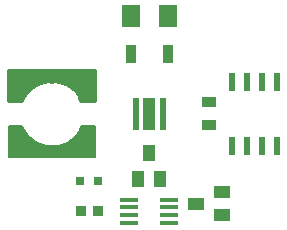
<source format=gtp>
G75*
%MOIN*%
%OFA0B0*%
%FSLAX25Y25*%
%IPPOS*%
%LPD*%
%AMOC8*
5,1,8,0,0,1.08239X$1,22.5*
%
%ADD10R,0.05118X0.03543*%
%ADD11R,0.02165X0.05906*%
%ADD12R,0.03937X0.05512*%
%ADD13R,0.02165X0.11024*%
%ADD14R,0.03937X0.11024*%
%ADD15R,0.05000X0.05000*%
%ADD16C,0.01200*%
%ADD17C,0.00160*%
%ADD18C,0.00500*%
%ADD19R,0.06299X0.07480*%
%ADD20R,0.03543X0.06299*%
%ADD21R,0.06299X0.01181*%
%ADD22R,0.03740X0.03740*%
%ADD23R,0.03150X0.03150*%
%ADD24R,0.05512X0.03937*%
D10*
X0071600Y0047860D03*
X0071600Y0055340D03*
D11*
X0079100Y0062230D03*
X0084100Y0062230D03*
X0089100Y0062230D03*
X0094100Y0062230D03*
X0094100Y0040970D03*
X0089100Y0040970D03*
X0084100Y0040970D03*
X0079100Y0040970D03*
D12*
X0055340Y0029769D03*
X0047860Y0029769D03*
X0051600Y0038431D03*
D13*
X0047171Y0051600D03*
X0056029Y0051600D03*
D14*
X0051600Y0051600D03*
D15*
X0007289Y0039789D03*
X0007289Y0063411D03*
D16*
X0004730Y0063923D02*
X0033470Y0063923D01*
X0033470Y0062724D02*
X0004730Y0062724D01*
X0004730Y0061526D02*
X0013477Y0061526D01*
X0013919Y0061768D02*
X0012759Y0061133D01*
X0011719Y0060316D01*
X0010827Y0059339D01*
X0010107Y0058229D01*
X0009579Y0057017D01*
X0009257Y0055734D01*
X0004730Y0055734D01*
X0004730Y0065970D01*
X0033470Y0065970D01*
X0033470Y0055734D01*
X0028943Y0055734D01*
X0028580Y0056991D01*
X0028026Y0058176D01*
X0027292Y0059260D01*
X0026399Y0060216D01*
X0025367Y0061020D01*
X0024221Y0061653D01*
X0022991Y0062099D01*
X0021706Y0062347D01*
X0020399Y0062391D01*
X0019100Y0062230D01*
X0017794Y0062438D01*
X0016471Y0062430D01*
X0015168Y0062204D01*
X0013919Y0061768D01*
X0011734Y0060327D02*
X0004730Y0060327D01*
X0004730Y0059129D02*
X0010691Y0059129D01*
X0009977Y0057930D02*
X0004730Y0057930D01*
X0004730Y0056732D02*
X0009508Y0056732D01*
X0004730Y0065121D02*
X0033470Y0065121D01*
X0033470Y0061526D02*
X0024452Y0061526D01*
X0026256Y0060327D02*
X0033470Y0060327D01*
X0033470Y0059129D02*
X0027382Y0059129D01*
X0028141Y0057930D02*
X0033470Y0057930D01*
X0033470Y0056732D02*
X0028655Y0056732D01*
D17*
X0007996Y0046957D02*
X0009323Y0047515D01*
X0009428Y0047277D01*
X0009540Y0047042D01*
X0009656Y0046810D01*
X0009779Y0046581D01*
X0009907Y0046355D01*
X0010041Y0046132D01*
X0010180Y0045912D01*
X0010324Y0045696D01*
X0010474Y0045483D01*
X0010628Y0045274D01*
X0010788Y0045069D01*
X0010953Y0044868D01*
X0011122Y0044671D01*
X0011296Y0044478D01*
X0011475Y0044290D01*
X0011659Y0044106D01*
X0011847Y0043926D01*
X0012039Y0043751D01*
X0012236Y0043581D01*
X0012436Y0043416D01*
X0012641Y0043255D01*
X0012849Y0043100D01*
X0013061Y0042950D01*
X0013277Y0042804D01*
X0013496Y0042665D01*
X0013718Y0042530D01*
X0013944Y0042402D01*
X0014173Y0042278D01*
X0014405Y0042160D01*
X0014639Y0042048D01*
X0014876Y0041942D01*
X0015116Y0041842D01*
X0015358Y0041747D01*
X0015603Y0041658D01*
X0015849Y0041576D01*
X0016097Y0041499D01*
X0016348Y0041429D01*
X0016599Y0041364D01*
X0016853Y0041306D01*
X0017107Y0041254D01*
X0017363Y0041208D01*
X0017620Y0041168D01*
X0017878Y0041135D01*
X0018137Y0041108D01*
X0018396Y0041087D01*
X0018655Y0041073D01*
X0018915Y0041065D01*
X0019175Y0041063D01*
X0019435Y0041068D01*
X0019694Y0041079D01*
X0019954Y0041096D01*
X0020213Y0041120D01*
X0020471Y0041150D01*
X0020728Y0041186D01*
X0020985Y0041228D01*
X0021240Y0041277D01*
X0021494Y0041332D01*
X0021747Y0041393D01*
X0021998Y0041460D01*
X0022247Y0041534D01*
X0022495Y0041613D01*
X0022740Y0041699D01*
X0022983Y0041790D01*
X0023225Y0041887D01*
X0023463Y0041990D01*
X0023699Y0042099D01*
X0023932Y0042214D01*
X0024163Y0042334D01*
X0024390Y0042460D01*
X0024614Y0042592D01*
X0024835Y0042728D01*
X0025053Y0042871D01*
X0025267Y0043018D01*
X0025477Y0043171D01*
X0025684Y0043328D01*
X0025887Y0043491D01*
X0026085Y0043659D01*
X0026280Y0043831D01*
X0026470Y0044008D01*
X0026656Y0044190D01*
X0026838Y0044376D01*
X0027014Y0044567D01*
X0027187Y0044761D01*
X0027354Y0044960D01*
X0027516Y0045163D01*
X0027674Y0045370D01*
X0027826Y0045581D01*
X0027973Y0045795D01*
X0028115Y0046013D01*
X0028251Y0046234D01*
X0028383Y0046458D01*
X0028508Y0046686D01*
X0028628Y0046917D01*
X0028742Y0047150D01*
X0028851Y0047386D01*
X0028954Y0047625D01*
X0030287Y0047082D01*
X0030171Y0046810D01*
X0030048Y0046542D01*
X0029918Y0046277D01*
X0029782Y0046015D01*
X0029640Y0045756D01*
X0029491Y0045501D01*
X0029336Y0045249D01*
X0029175Y0045002D01*
X0029008Y0044758D01*
X0028835Y0044519D01*
X0028657Y0044284D01*
X0028472Y0044053D01*
X0028282Y0043827D01*
X0028087Y0043606D01*
X0027886Y0043389D01*
X0027680Y0043178D01*
X0027469Y0042971D01*
X0027253Y0042770D01*
X0027032Y0042574D01*
X0026807Y0042383D01*
X0026577Y0042198D01*
X0026342Y0042019D01*
X0026103Y0041846D01*
X0025860Y0041678D01*
X0025613Y0041516D01*
X0025362Y0041361D01*
X0025107Y0041211D01*
X0024849Y0041068D01*
X0024587Y0040931D01*
X0024322Y0040801D01*
X0024054Y0040677D01*
X0023783Y0040560D01*
X0023509Y0040449D01*
X0023233Y0040345D01*
X0022954Y0040248D01*
X0022673Y0040158D01*
X0022390Y0040075D01*
X0022105Y0039998D01*
X0021818Y0039929D01*
X0021529Y0039866D01*
X0021239Y0039811D01*
X0020948Y0039763D01*
X0020655Y0039721D01*
X0020362Y0039687D01*
X0020068Y0039661D01*
X0019773Y0039641D01*
X0019478Y0039628D01*
X0019183Y0039623D01*
X0018888Y0039625D01*
X0018593Y0039634D01*
X0018298Y0039651D01*
X0018003Y0039674D01*
X0017710Y0039705D01*
X0017417Y0039743D01*
X0017125Y0039788D01*
X0016834Y0039840D01*
X0016545Y0039899D01*
X0016257Y0039965D01*
X0015971Y0040039D01*
X0015687Y0040119D01*
X0015405Y0040206D01*
X0015125Y0040300D01*
X0014848Y0040401D01*
X0014573Y0040508D01*
X0014300Y0040622D01*
X0014031Y0040743D01*
X0013764Y0040871D01*
X0013501Y0041004D01*
X0013241Y0041145D01*
X0012985Y0041291D01*
X0012732Y0041444D01*
X0012483Y0041603D01*
X0012238Y0041768D01*
X0011998Y0041938D01*
X0011761Y0042115D01*
X0011529Y0042297D01*
X0011301Y0042485D01*
X0011078Y0042679D01*
X0010860Y0042878D01*
X0010646Y0043082D01*
X0010438Y0043291D01*
X0010235Y0043505D01*
X0010037Y0043725D01*
X0009845Y0043949D01*
X0009658Y0044177D01*
X0009476Y0044410D01*
X0009301Y0044648D01*
X0009131Y0044889D01*
X0008967Y0045135D01*
X0008810Y0045385D01*
X0008658Y0045638D01*
X0008513Y0045895D01*
X0008374Y0046156D01*
X0008241Y0046419D01*
X0008115Y0046686D01*
X0007995Y0046956D01*
X0008135Y0047015D01*
X0008253Y0046748D01*
X0008377Y0046485D01*
X0008508Y0046224D01*
X0008646Y0045967D01*
X0008789Y0045713D01*
X0008939Y0045463D01*
X0009094Y0045216D01*
X0009256Y0044974D01*
X0009424Y0044735D01*
X0009597Y0044501D01*
X0009776Y0044271D01*
X0009961Y0044045D01*
X0010151Y0043824D01*
X0010346Y0043607D01*
X0010547Y0043396D01*
X0010752Y0043189D01*
X0010963Y0042988D01*
X0011179Y0042791D01*
X0011399Y0042600D01*
X0011624Y0042415D01*
X0011853Y0042235D01*
X0012087Y0042060D01*
X0012325Y0041892D01*
X0012567Y0041729D01*
X0012812Y0041572D01*
X0013062Y0041421D01*
X0013315Y0041276D01*
X0013572Y0041138D01*
X0013832Y0041006D01*
X0014095Y0040880D01*
X0014361Y0040761D01*
X0014630Y0040648D01*
X0014901Y0040542D01*
X0015175Y0040442D01*
X0015452Y0040350D01*
X0015730Y0040264D01*
X0016011Y0040184D01*
X0016293Y0040112D01*
X0016577Y0040047D01*
X0016863Y0039988D01*
X0017150Y0039937D01*
X0017438Y0039892D01*
X0017727Y0039855D01*
X0018017Y0039825D01*
X0018308Y0039801D01*
X0018599Y0039785D01*
X0018891Y0039776D01*
X0019182Y0039774D01*
X0019474Y0039779D01*
X0019765Y0039792D01*
X0020056Y0039811D01*
X0020346Y0039838D01*
X0020636Y0039871D01*
X0020925Y0039912D01*
X0021212Y0039960D01*
X0021499Y0040014D01*
X0021784Y0040076D01*
X0022067Y0040144D01*
X0022349Y0040220D01*
X0022628Y0040302D01*
X0022906Y0040391D01*
X0023181Y0040487D01*
X0023454Y0040590D01*
X0023725Y0040699D01*
X0023992Y0040815D01*
X0024257Y0040937D01*
X0024518Y0041066D01*
X0024777Y0041201D01*
X0025032Y0041342D01*
X0025283Y0041490D01*
X0025531Y0041643D01*
X0025775Y0041803D01*
X0026015Y0041968D01*
X0026251Y0042140D01*
X0026483Y0042317D01*
X0026710Y0042499D01*
X0026933Y0042688D01*
X0027151Y0042881D01*
X0027364Y0043080D01*
X0027573Y0043284D01*
X0027776Y0043493D01*
X0027974Y0043706D01*
X0028167Y0043925D01*
X0028355Y0044148D01*
X0028537Y0044376D01*
X0028713Y0044608D01*
X0028884Y0044845D01*
X0029049Y0045085D01*
X0029208Y0045329D01*
X0029361Y0045578D01*
X0029508Y0045830D01*
X0029648Y0046085D01*
X0029783Y0046344D01*
X0029911Y0046606D01*
X0030032Y0046871D01*
X0030148Y0047139D01*
X0030008Y0047196D01*
X0029894Y0046931D01*
X0029774Y0046669D01*
X0029648Y0046411D01*
X0029515Y0046155D01*
X0029376Y0045903D01*
X0029231Y0045655D01*
X0029080Y0045410D01*
X0028923Y0045168D01*
X0028760Y0044931D01*
X0028592Y0044697D01*
X0028417Y0044468D01*
X0028238Y0044243D01*
X0028052Y0044023D01*
X0027862Y0043807D01*
X0027666Y0043596D01*
X0027465Y0043390D01*
X0027260Y0043189D01*
X0027049Y0042992D01*
X0026834Y0042801D01*
X0026614Y0042616D01*
X0026389Y0042435D01*
X0026161Y0042261D01*
X0025928Y0042091D01*
X0025691Y0041928D01*
X0025450Y0041770D01*
X0025205Y0041619D01*
X0024957Y0041473D01*
X0024705Y0041334D01*
X0024450Y0041200D01*
X0024192Y0041073D01*
X0023930Y0040953D01*
X0023666Y0040838D01*
X0023399Y0040731D01*
X0023130Y0040629D01*
X0022858Y0040535D01*
X0022584Y0040447D01*
X0022308Y0040365D01*
X0022029Y0040291D01*
X0021750Y0040223D01*
X0021468Y0040162D01*
X0021186Y0040108D01*
X0020902Y0040061D01*
X0020617Y0040021D01*
X0020331Y0039988D01*
X0020044Y0039962D01*
X0019757Y0039942D01*
X0019469Y0039930D01*
X0019181Y0039925D01*
X0018893Y0039927D01*
X0018606Y0039936D01*
X0018318Y0039952D01*
X0018031Y0039975D01*
X0017745Y0040005D01*
X0017460Y0040042D01*
X0017175Y0040086D01*
X0016892Y0040136D01*
X0016610Y0040194D01*
X0016329Y0040259D01*
X0016050Y0040330D01*
X0015773Y0040408D01*
X0015498Y0040493D01*
X0015225Y0040585D01*
X0014955Y0040683D01*
X0014687Y0040788D01*
X0014421Y0040899D01*
X0014158Y0041017D01*
X0013899Y0041141D01*
X0013642Y0041272D01*
X0013389Y0041408D01*
X0013139Y0041551D01*
X0012892Y0041700D01*
X0012650Y0041855D01*
X0012411Y0042015D01*
X0012176Y0042182D01*
X0011945Y0042354D01*
X0011719Y0042532D01*
X0011497Y0042715D01*
X0011279Y0042904D01*
X0011067Y0043098D01*
X0010859Y0043297D01*
X0010656Y0043501D01*
X0010457Y0043709D01*
X0010265Y0043923D01*
X0010077Y0044141D01*
X0009895Y0044364D01*
X0009718Y0044591D01*
X0009547Y0044823D01*
X0009381Y0045058D01*
X0009222Y0045298D01*
X0009068Y0045541D01*
X0008920Y0045788D01*
X0008778Y0046039D01*
X0008643Y0046293D01*
X0008513Y0046550D01*
X0008390Y0046810D01*
X0008274Y0047073D01*
X0008413Y0047132D01*
X0008528Y0046872D01*
X0008650Y0046615D01*
X0008777Y0046361D01*
X0008911Y0046111D01*
X0009051Y0045863D01*
X0009197Y0045620D01*
X0009349Y0045379D01*
X0009506Y0045143D01*
X0009670Y0044910D01*
X0009839Y0044682D01*
X0010013Y0044458D01*
X0010193Y0044238D01*
X0010378Y0044022D01*
X0010569Y0043811D01*
X0010764Y0043605D01*
X0010965Y0043404D01*
X0011170Y0043208D01*
X0011380Y0043016D01*
X0011595Y0042830D01*
X0011814Y0042649D01*
X0012038Y0042474D01*
X0012265Y0042304D01*
X0012497Y0042139D01*
X0012733Y0041981D01*
X0012973Y0041828D01*
X0013216Y0041681D01*
X0013462Y0041540D01*
X0013713Y0041405D01*
X0013966Y0041276D01*
X0014222Y0041154D01*
X0014482Y0041038D01*
X0014744Y0040928D01*
X0015008Y0040824D01*
X0015275Y0040727D01*
X0015545Y0040637D01*
X0015816Y0040553D01*
X0016090Y0040476D01*
X0016365Y0040405D01*
X0016642Y0040342D01*
X0016920Y0040285D01*
X0017200Y0040235D01*
X0017481Y0040191D01*
X0017763Y0040155D01*
X0018045Y0040125D01*
X0018329Y0040103D01*
X0018612Y0040087D01*
X0018896Y0040078D01*
X0019180Y0040076D01*
X0019465Y0040081D01*
X0019748Y0040093D01*
X0020032Y0040112D01*
X0020315Y0040138D01*
X0020597Y0040171D01*
X0020879Y0040210D01*
X0021159Y0040257D01*
X0021438Y0040310D01*
X0021716Y0040370D01*
X0021992Y0040437D01*
X0022266Y0040511D01*
X0022539Y0040591D01*
X0022810Y0040678D01*
X0023078Y0040771D01*
X0023344Y0040871D01*
X0023607Y0040978D01*
X0023868Y0041090D01*
X0024126Y0041209D01*
X0024381Y0041335D01*
X0024633Y0041466D01*
X0024882Y0041604D01*
X0025127Y0041748D01*
X0025368Y0041898D01*
X0025606Y0042053D01*
X0025840Y0042214D01*
X0026070Y0042381D01*
X0026296Y0042554D01*
X0026517Y0042732D01*
X0026734Y0042915D01*
X0026947Y0043104D01*
X0027155Y0043297D01*
X0027358Y0043496D01*
X0027556Y0043700D01*
X0027750Y0043908D01*
X0027938Y0044121D01*
X0028120Y0044339D01*
X0028298Y0044560D01*
X0028470Y0044787D01*
X0028636Y0045017D01*
X0028797Y0045251D01*
X0028952Y0045490D01*
X0029101Y0045731D01*
X0029244Y0045977D01*
X0029381Y0046226D01*
X0029512Y0046478D01*
X0029637Y0046733D01*
X0029756Y0046991D01*
X0029868Y0047253D01*
X0029728Y0047310D01*
X0029617Y0047052D01*
X0029500Y0046797D01*
X0029377Y0046545D01*
X0029248Y0046296D01*
X0029112Y0046051D01*
X0028971Y0045808D01*
X0028824Y0045570D01*
X0028671Y0045335D01*
X0028512Y0045103D01*
X0028348Y0044876D01*
X0028178Y0044653D01*
X0028003Y0044434D01*
X0027823Y0044219D01*
X0027637Y0044009D01*
X0027446Y0043803D01*
X0027251Y0043602D01*
X0027050Y0043406D01*
X0026845Y0043215D01*
X0026635Y0043029D01*
X0026421Y0042848D01*
X0026202Y0042672D01*
X0025979Y0042502D01*
X0025752Y0042337D01*
X0025521Y0042178D01*
X0025287Y0042025D01*
X0025048Y0041877D01*
X0024806Y0041735D01*
X0024561Y0041599D01*
X0024312Y0041469D01*
X0024061Y0041346D01*
X0023806Y0041228D01*
X0023549Y0041117D01*
X0023289Y0041012D01*
X0023026Y0040913D01*
X0022761Y0040821D01*
X0022494Y0040735D01*
X0022225Y0040656D01*
X0021954Y0040583D01*
X0021682Y0040517D01*
X0021408Y0040458D01*
X0021132Y0040405D01*
X0020856Y0040360D01*
X0020578Y0040320D01*
X0020299Y0040288D01*
X0020020Y0040263D01*
X0019740Y0040244D01*
X0019460Y0040232D01*
X0019180Y0040227D01*
X0018899Y0040229D01*
X0018619Y0040238D01*
X0018339Y0040253D01*
X0018059Y0040276D01*
X0017780Y0040305D01*
X0017502Y0040341D01*
X0017225Y0040383D01*
X0016949Y0040433D01*
X0016674Y0040489D01*
X0016401Y0040552D01*
X0016129Y0040622D01*
X0015859Y0040698D01*
X0015591Y0040781D01*
X0015325Y0040870D01*
X0015062Y0040965D01*
X0014801Y0041068D01*
X0014542Y0041176D01*
X0014286Y0041291D01*
X0014033Y0041412D01*
X0013783Y0041539D01*
X0013536Y0041672D01*
X0013293Y0041811D01*
X0013053Y0041956D01*
X0012816Y0042107D01*
X0012583Y0042263D01*
X0012355Y0042426D01*
X0012130Y0042593D01*
X0011909Y0042766D01*
X0011693Y0042945D01*
X0011481Y0043129D01*
X0011274Y0043317D01*
X0011071Y0043511D01*
X0010873Y0043710D01*
X0010680Y0043913D01*
X0010492Y0044122D01*
X0010309Y0044334D01*
X0010132Y0044551D01*
X0009959Y0044773D01*
X0009793Y0044998D01*
X0009631Y0045228D01*
X0009476Y0045461D01*
X0009326Y0045698D01*
X0009182Y0045939D01*
X0009044Y0046183D01*
X0008912Y0046430D01*
X0008786Y0046681D01*
X0008666Y0046934D01*
X0008552Y0047191D01*
X0008691Y0047249D01*
X0008804Y0046996D01*
X0008922Y0046746D01*
X0009046Y0046499D01*
X0009177Y0046255D01*
X0009313Y0046014D01*
X0009455Y0045776D01*
X0009603Y0045542D01*
X0009757Y0045312D01*
X0009916Y0045086D01*
X0010080Y0044863D01*
X0010250Y0044645D01*
X0010426Y0044431D01*
X0010606Y0044221D01*
X0010791Y0044015D01*
X0010982Y0043815D01*
X0011177Y0043619D01*
X0011377Y0043427D01*
X0011582Y0043241D01*
X0011791Y0043060D01*
X0012004Y0042884D01*
X0012222Y0042713D01*
X0012444Y0042547D01*
X0012670Y0042387D01*
X0012899Y0042233D01*
X0013133Y0042084D01*
X0013370Y0041941D01*
X0013610Y0041804D01*
X0013853Y0041672D01*
X0014100Y0041547D01*
X0014350Y0041428D01*
X0014602Y0041314D01*
X0014858Y0041207D01*
X0015115Y0041107D01*
X0015375Y0041012D01*
X0015638Y0040924D01*
X0015902Y0040843D01*
X0016169Y0040767D01*
X0016437Y0040699D01*
X0016706Y0040637D01*
X0016978Y0040581D01*
X0017250Y0040532D01*
X0017523Y0040490D01*
X0017798Y0040455D01*
X0018073Y0040426D01*
X0018349Y0040404D01*
X0018625Y0040389D01*
X0018902Y0040380D01*
X0019179Y0040378D01*
X0019455Y0040383D01*
X0019732Y0040395D01*
X0020008Y0040413D01*
X0020284Y0040438D01*
X0020559Y0040470D01*
X0020833Y0040509D01*
X0021106Y0040554D01*
X0021377Y0040606D01*
X0021648Y0040664D01*
X0021917Y0040730D01*
X0022184Y0040801D01*
X0022450Y0040879D01*
X0022713Y0040964D01*
X0022975Y0041055D01*
X0023234Y0041152D01*
X0023490Y0041256D01*
X0023744Y0041366D01*
X0023995Y0041482D01*
X0024244Y0041604D01*
X0024489Y0041732D01*
X0024731Y0041866D01*
X0024970Y0042006D01*
X0025205Y0042152D01*
X0025437Y0042303D01*
X0025665Y0042460D01*
X0025889Y0042623D01*
X0026109Y0042791D01*
X0026324Y0042964D01*
X0026536Y0043143D01*
X0026743Y0043326D01*
X0026945Y0043515D01*
X0027143Y0043708D01*
X0027336Y0043907D01*
X0027525Y0044109D01*
X0027708Y0044317D01*
X0027886Y0044529D01*
X0028059Y0044745D01*
X0028226Y0044965D01*
X0028388Y0045190D01*
X0028545Y0045418D01*
X0028696Y0045650D01*
X0028841Y0045885D01*
X0028981Y0046124D01*
X0029114Y0046367D01*
X0029242Y0046612D01*
X0029363Y0046861D01*
X0029479Y0047112D01*
X0029588Y0047366D01*
X0029448Y0047423D01*
X0029340Y0047173D01*
X0029226Y0046925D01*
X0029106Y0046679D01*
X0028981Y0046437D01*
X0028849Y0046198D01*
X0028711Y0045962D01*
X0028568Y0045730D01*
X0028419Y0045501D01*
X0028264Y0045276D01*
X0028104Y0045054D01*
X0027939Y0044837D01*
X0027769Y0044624D01*
X0027593Y0044415D01*
X0027412Y0044210D01*
X0027226Y0044010D01*
X0027036Y0043814D01*
X0026841Y0043624D01*
X0026641Y0043438D01*
X0026437Y0043256D01*
X0026228Y0043080D01*
X0026015Y0042909D01*
X0025798Y0042744D01*
X0025577Y0042583D01*
X0025352Y0042428D01*
X0025124Y0042279D01*
X0024892Y0042135D01*
X0024656Y0041997D01*
X0024417Y0041865D01*
X0024175Y0041738D01*
X0023930Y0041618D01*
X0023682Y0041503D01*
X0023432Y0041395D01*
X0023178Y0041293D01*
X0022923Y0041197D01*
X0022665Y0041107D01*
X0022405Y0041024D01*
X0022143Y0040946D01*
X0021879Y0040876D01*
X0021614Y0040812D01*
X0021347Y0040754D01*
X0021079Y0040703D01*
X0020810Y0040658D01*
X0020539Y0040620D01*
X0020268Y0040589D01*
X0019996Y0040564D01*
X0019724Y0040546D01*
X0019451Y0040534D01*
X0019178Y0040529D01*
X0018905Y0040531D01*
X0018632Y0040539D01*
X0018359Y0040555D01*
X0018087Y0040576D01*
X0017816Y0040605D01*
X0017545Y0040640D01*
X0017275Y0040681D01*
X0017006Y0040729D01*
X0016739Y0040784D01*
X0016473Y0040845D01*
X0016208Y0040913D01*
X0015945Y0040987D01*
X0015684Y0041068D01*
X0015426Y0041155D01*
X0015169Y0041248D01*
X0014915Y0041347D01*
X0014663Y0041453D01*
X0014414Y0041564D01*
X0014167Y0041682D01*
X0013924Y0041806D01*
X0013684Y0041935D01*
X0013446Y0042071D01*
X0013213Y0042212D01*
X0012983Y0042359D01*
X0012756Y0042511D01*
X0012533Y0042669D01*
X0012314Y0042832D01*
X0012100Y0043001D01*
X0011889Y0043175D01*
X0011683Y0043353D01*
X0011481Y0043537D01*
X0011283Y0043726D01*
X0011091Y0043919D01*
X0010903Y0044118D01*
X0010720Y0044320D01*
X0010542Y0044527D01*
X0010369Y0044738D01*
X0010201Y0044954D01*
X0010039Y0045173D01*
X0009882Y0045397D01*
X0009730Y0045624D01*
X0009584Y0045855D01*
X0009444Y0046089D01*
X0009309Y0046327D01*
X0009181Y0046567D01*
X0009058Y0046811D01*
X0008941Y0047058D01*
X0008831Y0047308D01*
X0008970Y0047366D01*
X0009079Y0047120D01*
X0009194Y0046877D01*
X0009315Y0046636D01*
X0009442Y0046398D01*
X0009575Y0046164D01*
X0009713Y0045933D01*
X0009857Y0045705D01*
X0010007Y0045481D01*
X0010162Y0045261D01*
X0010322Y0045044D01*
X0010487Y0044832D01*
X0010658Y0044624D01*
X0010834Y0044419D01*
X0011014Y0044220D01*
X0011199Y0044024D01*
X0011390Y0043833D01*
X0011584Y0043647D01*
X0011783Y0043466D01*
X0011987Y0043290D01*
X0012195Y0043118D01*
X0012407Y0042952D01*
X0012623Y0042791D01*
X0012842Y0042635D01*
X0013066Y0042485D01*
X0013293Y0042340D01*
X0013523Y0042201D01*
X0013757Y0042067D01*
X0013994Y0041939D01*
X0014234Y0041817D01*
X0014477Y0041701D01*
X0014723Y0041591D01*
X0014972Y0041487D01*
X0015222Y0041389D01*
X0015476Y0041297D01*
X0015731Y0041211D01*
X0015988Y0041132D01*
X0016248Y0041059D01*
X0016508Y0040992D01*
X0016771Y0040932D01*
X0017035Y0040878D01*
X0017300Y0040830D01*
X0017566Y0040789D01*
X0017833Y0040755D01*
X0018101Y0040727D01*
X0018370Y0040705D01*
X0018638Y0040690D01*
X0018908Y0040682D01*
X0019177Y0040680D01*
X0019446Y0040685D01*
X0019715Y0040696D01*
X0019984Y0040714D01*
X0020252Y0040739D01*
X0020520Y0040770D01*
X0020787Y0040807D01*
X0021052Y0040851D01*
X0021317Y0040902D01*
X0021580Y0040959D01*
X0021842Y0041022D01*
X0022102Y0041092D01*
X0022360Y0041168D01*
X0022617Y0041250D01*
X0022871Y0041339D01*
X0023123Y0041433D01*
X0023373Y0041534D01*
X0023620Y0041641D01*
X0023865Y0041754D01*
X0024107Y0041873D01*
X0024345Y0041998D01*
X0024581Y0042128D01*
X0024813Y0042264D01*
X0025042Y0042406D01*
X0025268Y0042553D01*
X0025489Y0042706D01*
X0025707Y0042864D01*
X0025921Y0043028D01*
X0026131Y0043196D01*
X0026337Y0043370D01*
X0026539Y0043549D01*
X0026736Y0043732D01*
X0026929Y0043921D01*
X0027116Y0044114D01*
X0027300Y0044311D01*
X0027478Y0044513D01*
X0027651Y0044719D01*
X0027820Y0044929D01*
X0027983Y0045144D01*
X0028140Y0045362D01*
X0028293Y0045584D01*
X0028440Y0045810D01*
X0028581Y0046039D01*
X0028717Y0046272D01*
X0028847Y0046507D01*
X0028971Y0046746D01*
X0029090Y0046988D01*
X0029202Y0047233D01*
X0029309Y0047480D01*
X0029169Y0047537D01*
X0029064Y0047293D01*
X0028953Y0047052D01*
X0028836Y0046814D01*
X0028713Y0046578D01*
X0028585Y0046345D01*
X0028451Y0046116D01*
X0028312Y0045890D01*
X0028167Y0045667D01*
X0028016Y0045448D01*
X0027861Y0045233D01*
X0027700Y0045022D01*
X0027534Y0044814D01*
X0027363Y0044611D01*
X0027187Y0044412D01*
X0027007Y0044217D01*
X0026821Y0044027D01*
X0026631Y0043841D01*
X0026437Y0043660D01*
X0026238Y0043484D01*
X0026035Y0043313D01*
X0025828Y0043146D01*
X0025617Y0042985D01*
X0025402Y0042829D01*
X0025183Y0042678D01*
X0024961Y0042533D01*
X0024735Y0042393D01*
X0024506Y0042259D01*
X0024273Y0042130D01*
X0024038Y0042007D01*
X0023799Y0041890D01*
X0023558Y0041779D01*
X0023315Y0041673D01*
X0023068Y0041574D01*
X0022820Y0041481D01*
X0022569Y0041393D01*
X0022316Y0041312D01*
X0022061Y0041237D01*
X0021804Y0041168D01*
X0021546Y0041106D01*
X0021287Y0041050D01*
X0021026Y0041000D01*
X0020764Y0040957D01*
X0020501Y0040920D01*
X0020237Y0040889D01*
X0019972Y0040865D01*
X0019707Y0040847D01*
X0019442Y0040836D01*
X0019176Y0040831D01*
X0018911Y0040833D01*
X0018645Y0040841D01*
X0018380Y0040856D01*
X0018115Y0040877D01*
X0017851Y0040905D01*
X0017587Y0040939D01*
X0017325Y0040979D01*
X0017063Y0041026D01*
X0016803Y0041079D01*
X0016544Y0041139D01*
X0016287Y0041205D01*
X0016031Y0041277D01*
X0015778Y0041355D01*
X0015526Y0041440D01*
X0015276Y0041530D01*
X0015029Y0041627D01*
X0014784Y0041730D01*
X0014541Y0041838D01*
X0014302Y0041953D01*
X0014065Y0042073D01*
X0013831Y0042199D01*
X0013600Y0042331D01*
X0013373Y0042468D01*
X0013149Y0042611D01*
X0012929Y0042759D01*
X0012712Y0042913D01*
X0012499Y0043071D01*
X0012290Y0043235D01*
X0012085Y0043404D01*
X0011884Y0043578D01*
X0011688Y0043757D01*
X0011496Y0043941D01*
X0011308Y0044129D01*
X0011125Y0044322D01*
X0010947Y0044519D01*
X0010774Y0044720D01*
X0010606Y0044926D01*
X0010443Y0045135D01*
X0010285Y0045349D01*
X0010132Y0045566D01*
X0009984Y0045787D01*
X0009842Y0046011D01*
X0009706Y0046239D01*
X0009575Y0046470D01*
X0009450Y0046705D01*
X0009330Y0046942D01*
X0009217Y0047182D01*
X0009109Y0047425D01*
X0009248Y0047483D01*
X0009354Y0047244D01*
X0009466Y0047007D01*
X0009584Y0046773D01*
X0009708Y0046542D01*
X0009837Y0046314D01*
X0009971Y0046090D01*
X0010112Y0045868D01*
X0010257Y0045650D01*
X0010408Y0045436D01*
X0010563Y0045226D01*
X0010724Y0045019D01*
X0010890Y0044816D01*
X0011061Y0044618D01*
X0011237Y0044424D01*
X0011417Y0044234D01*
X0011602Y0044048D01*
X0011791Y0043867D01*
X0011985Y0043691D01*
X0012183Y0043519D01*
X0012385Y0043353D01*
X0012591Y0043191D01*
X0012801Y0043034D01*
X0013015Y0042883D01*
X0013232Y0042737D01*
X0013453Y0042596D01*
X0013677Y0042461D01*
X0013905Y0042331D01*
X0014135Y0042207D01*
X0014369Y0042088D01*
X0014605Y0041975D01*
X0014844Y0041868D01*
X0015086Y0041767D01*
X0015330Y0041671D01*
X0015576Y0041582D01*
X0015824Y0041499D01*
X0016074Y0041421D01*
X0016326Y0041350D01*
X0016580Y0041285D01*
X0016835Y0041227D01*
X0017092Y0041174D01*
X0017350Y0041128D01*
X0017609Y0041088D01*
X0017869Y0041055D01*
X0018129Y0041027D01*
X0018390Y0041006D01*
X0018652Y0040992D01*
X0018913Y0040984D01*
X0019175Y0040982D01*
X0019437Y0040987D01*
X0019699Y0040998D01*
X0019960Y0041015D01*
X0020221Y0041039D01*
X0020481Y0041069D01*
X0020741Y0041106D01*
X0020999Y0041149D01*
X0021256Y0041198D01*
X0021512Y0041253D01*
X0021767Y0041315D01*
X0022020Y0041382D01*
X0022271Y0041456D01*
X0022521Y0041536D01*
X0022768Y0041622D01*
X0023013Y0041715D01*
X0023256Y0041813D01*
X0023496Y0041917D01*
X0023734Y0042026D01*
X0023969Y0042142D01*
X0024201Y0042263D01*
X0024431Y0042390D01*
X0024656Y0042522D01*
X0024879Y0042660D01*
X0025098Y0042804D01*
X0025314Y0042952D01*
X0025526Y0043106D01*
X0025734Y0043265D01*
X0025939Y0043429D01*
X0026139Y0043598D01*
X0026335Y0043771D01*
X0026526Y0043950D01*
X0026714Y0044133D01*
X0026897Y0044321D01*
X0027075Y0044513D01*
X0027248Y0044709D01*
X0027417Y0044909D01*
X0027580Y0045114D01*
X0027739Y0045322D01*
X0027892Y0045534D01*
X0028041Y0045750D01*
X0028184Y0045970D01*
X0028321Y0046193D01*
X0028453Y0046419D01*
X0028580Y0046648D01*
X0028701Y0046881D01*
X0028816Y0047116D01*
X0028925Y0047354D01*
X0029029Y0047594D01*
X0030204Y0056243D02*
X0028877Y0055685D01*
X0028772Y0055923D01*
X0028660Y0056158D01*
X0028544Y0056390D01*
X0028421Y0056619D01*
X0028293Y0056845D01*
X0028159Y0057068D01*
X0028020Y0057288D01*
X0027876Y0057504D01*
X0027726Y0057717D01*
X0027572Y0057926D01*
X0027412Y0058131D01*
X0027247Y0058332D01*
X0027078Y0058529D01*
X0026904Y0058722D01*
X0026725Y0058910D01*
X0026541Y0059094D01*
X0026353Y0059274D01*
X0026161Y0059449D01*
X0025964Y0059619D01*
X0025764Y0059784D01*
X0025559Y0059945D01*
X0025351Y0060100D01*
X0025139Y0060250D01*
X0024923Y0060396D01*
X0024704Y0060535D01*
X0024482Y0060670D01*
X0024256Y0060798D01*
X0024027Y0060922D01*
X0023795Y0061040D01*
X0023561Y0061152D01*
X0023324Y0061258D01*
X0023084Y0061358D01*
X0022842Y0061453D01*
X0022597Y0061542D01*
X0022351Y0061624D01*
X0022103Y0061701D01*
X0021852Y0061771D01*
X0021601Y0061836D01*
X0021347Y0061894D01*
X0021093Y0061946D01*
X0020837Y0061992D01*
X0020580Y0062032D01*
X0020322Y0062065D01*
X0020063Y0062092D01*
X0019804Y0062113D01*
X0019545Y0062127D01*
X0019285Y0062135D01*
X0019025Y0062137D01*
X0018765Y0062132D01*
X0018506Y0062121D01*
X0018246Y0062104D01*
X0017987Y0062080D01*
X0017729Y0062050D01*
X0017472Y0062014D01*
X0017215Y0061972D01*
X0016960Y0061923D01*
X0016706Y0061868D01*
X0016453Y0061807D01*
X0016202Y0061740D01*
X0015953Y0061666D01*
X0015705Y0061587D01*
X0015460Y0061501D01*
X0015217Y0061410D01*
X0014975Y0061313D01*
X0014737Y0061210D01*
X0014501Y0061101D01*
X0014268Y0060986D01*
X0014037Y0060866D01*
X0013810Y0060740D01*
X0013586Y0060608D01*
X0013365Y0060472D01*
X0013147Y0060329D01*
X0012933Y0060182D01*
X0012723Y0060029D01*
X0012516Y0059872D01*
X0012313Y0059709D01*
X0012115Y0059541D01*
X0011920Y0059369D01*
X0011730Y0059192D01*
X0011544Y0059010D01*
X0011362Y0058824D01*
X0011186Y0058633D01*
X0011013Y0058439D01*
X0010846Y0058240D01*
X0010684Y0058037D01*
X0010526Y0057830D01*
X0010374Y0057619D01*
X0010227Y0057405D01*
X0010085Y0057187D01*
X0009949Y0056966D01*
X0009817Y0056742D01*
X0009692Y0056514D01*
X0009572Y0056283D01*
X0009458Y0056050D01*
X0009349Y0055814D01*
X0009246Y0055575D01*
X0007913Y0056118D01*
X0008029Y0056390D01*
X0008152Y0056658D01*
X0008282Y0056923D01*
X0008418Y0057185D01*
X0008560Y0057444D01*
X0008709Y0057699D01*
X0008864Y0057951D01*
X0009025Y0058198D01*
X0009192Y0058442D01*
X0009365Y0058681D01*
X0009543Y0058916D01*
X0009728Y0059147D01*
X0009918Y0059373D01*
X0010113Y0059594D01*
X0010314Y0059811D01*
X0010520Y0060022D01*
X0010731Y0060229D01*
X0010947Y0060430D01*
X0011168Y0060626D01*
X0011393Y0060817D01*
X0011623Y0061002D01*
X0011858Y0061181D01*
X0012097Y0061354D01*
X0012340Y0061522D01*
X0012587Y0061684D01*
X0012838Y0061839D01*
X0013093Y0061989D01*
X0013351Y0062132D01*
X0013613Y0062269D01*
X0013878Y0062399D01*
X0014146Y0062523D01*
X0014417Y0062640D01*
X0014691Y0062751D01*
X0014967Y0062855D01*
X0015246Y0062952D01*
X0015527Y0063042D01*
X0015810Y0063125D01*
X0016095Y0063202D01*
X0016382Y0063271D01*
X0016671Y0063334D01*
X0016961Y0063389D01*
X0017252Y0063437D01*
X0017545Y0063479D01*
X0017838Y0063513D01*
X0018132Y0063539D01*
X0018427Y0063559D01*
X0018722Y0063572D01*
X0019017Y0063577D01*
X0019312Y0063575D01*
X0019607Y0063566D01*
X0019902Y0063549D01*
X0020197Y0063526D01*
X0020490Y0063495D01*
X0020783Y0063457D01*
X0021075Y0063412D01*
X0021366Y0063360D01*
X0021655Y0063301D01*
X0021943Y0063235D01*
X0022229Y0063161D01*
X0022513Y0063081D01*
X0022795Y0062994D01*
X0023075Y0062900D01*
X0023352Y0062799D01*
X0023627Y0062692D01*
X0023900Y0062578D01*
X0024169Y0062457D01*
X0024436Y0062329D01*
X0024699Y0062196D01*
X0024959Y0062055D01*
X0025215Y0061909D01*
X0025468Y0061756D01*
X0025717Y0061597D01*
X0025962Y0061432D01*
X0026202Y0061262D01*
X0026439Y0061085D01*
X0026671Y0060903D01*
X0026899Y0060715D01*
X0027122Y0060521D01*
X0027340Y0060322D01*
X0027554Y0060118D01*
X0027762Y0059909D01*
X0027965Y0059695D01*
X0028163Y0059475D01*
X0028355Y0059251D01*
X0028542Y0059023D01*
X0028724Y0058790D01*
X0028899Y0058552D01*
X0029069Y0058311D01*
X0029233Y0058065D01*
X0029390Y0057815D01*
X0029542Y0057562D01*
X0029687Y0057305D01*
X0029826Y0057044D01*
X0029959Y0056781D01*
X0030085Y0056514D01*
X0030205Y0056244D01*
X0030065Y0056185D01*
X0029947Y0056452D01*
X0029823Y0056715D01*
X0029692Y0056976D01*
X0029554Y0057233D01*
X0029411Y0057487D01*
X0029261Y0057737D01*
X0029106Y0057984D01*
X0028944Y0058226D01*
X0028776Y0058465D01*
X0028603Y0058699D01*
X0028424Y0058929D01*
X0028239Y0059155D01*
X0028049Y0059376D01*
X0027854Y0059593D01*
X0027653Y0059804D01*
X0027448Y0060011D01*
X0027237Y0060212D01*
X0027021Y0060409D01*
X0026801Y0060600D01*
X0026576Y0060785D01*
X0026347Y0060965D01*
X0026113Y0061140D01*
X0025875Y0061308D01*
X0025633Y0061471D01*
X0025388Y0061628D01*
X0025138Y0061779D01*
X0024885Y0061924D01*
X0024628Y0062062D01*
X0024368Y0062194D01*
X0024105Y0062320D01*
X0023839Y0062439D01*
X0023570Y0062552D01*
X0023299Y0062658D01*
X0023025Y0062758D01*
X0022748Y0062850D01*
X0022470Y0062936D01*
X0022189Y0063016D01*
X0021907Y0063088D01*
X0021623Y0063153D01*
X0021337Y0063212D01*
X0021050Y0063263D01*
X0020762Y0063308D01*
X0020473Y0063345D01*
X0020183Y0063375D01*
X0019892Y0063399D01*
X0019601Y0063415D01*
X0019309Y0063424D01*
X0019018Y0063426D01*
X0018726Y0063421D01*
X0018435Y0063408D01*
X0018144Y0063389D01*
X0017854Y0063362D01*
X0017564Y0063329D01*
X0017275Y0063288D01*
X0016988Y0063240D01*
X0016701Y0063186D01*
X0016416Y0063124D01*
X0016133Y0063056D01*
X0015851Y0062980D01*
X0015572Y0062898D01*
X0015294Y0062809D01*
X0015019Y0062713D01*
X0014746Y0062610D01*
X0014475Y0062501D01*
X0014208Y0062385D01*
X0013943Y0062263D01*
X0013682Y0062134D01*
X0013423Y0061999D01*
X0013168Y0061858D01*
X0012917Y0061710D01*
X0012669Y0061557D01*
X0012425Y0061397D01*
X0012185Y0061232D01*
X0011949Y0061060D01*
X0011717Y0060883D01*
X0011490Y0060701D01*
X0011267Y0060512D01*
X0011049Y0060319D01*
X0010836Y0060120D01*
X0010627Y0059916D01*
X0010424Y0059707D01*
X0010226Y0059494D01*
X0010033Y0059275D01*
X0009845Y0059052D01*
X0009663Y0058824D01*
X0009487Y0058592D01*
X0009316Y0058355D01*
X0009151Y0058115D01*
X0008992Y0057871D01*
X0008839Y0057622D01*
X0008692Y0057370D01*
X0008552Y0057115D01*
X0008417Y0056856D01*
X0008289Y0056594D01*
X0008168Y0056329D01*
X0008052Y0056061D01*
X0008192Y0056004D01*
X0008306Y0056269D01*
X0008426Y0056531D01*
X0008552Y0056789D01*
X0008685Y0057045D01*
X0008824Y0057297D01*
X0008969Y0057545D01*
X0009120Y0057790D01*
X0009277Y0058032D01*
X0009440Y0058269D01*
X0009608Y0058503D01*
X0009783Y0058732D01*
X0009962Y0058957D01*
X0010148Y0059177D01*
X0010338Y0059393D01*
X0010534Y0059604D01*
X0010735Y0059810D01*
X0010940Y0060011D01*
X0011151Y0060208D01*
X0011366Y0060399D01*
X0011586Y0060584D01*
X0011811Y0060765D01*
X0012039Y0060939D01*
X0012272Y0061109D01*
X0012509Y0061272D01*
X0012750Y0061430D01*
X0012995Y0061581D01*
X0013243Y0061727D01*
X0013495Y0061866D01*
X0013750Y0062000D01*
X0014008Y0062127D01*
X0014270Y0062247D01*
X0014534Y0062362D01*
X0014801Y0062469D01*
X0015070Y0062571D01*
X0015342Y0062665D01*
X0015616Y0062753D01*
X0015892Y0062835D01*
X0016171Y0062909D01*
X0016450Y0062977D01*
X0016732Y0063038D01*
X0017014Y0063092D01*
X0017298Y0063139D01*
X0017583Y0063179D01*
X0017869Y0063212D01*
X0018156Y0063238D01*
X0018443Y0063258D01*
X0018731Y0063270D01*
X0019019Y0063275D01*
X0019307Y0063273D01*
X0019594Y0063264D01*
X0019882Y0063248D01*
X0020169Y0063225D01*
X0020455Y0063195D01*
X0020740Y0063158D01*
X0021025Y0063114D01*
X0021308Y0063064D01*
X0021590Y0063006D01*
X0021871Y0062941D01*
X0022150Y0062870D01*
X0022427Y0062792D01*
X0022702Y0062707D01*
X0022975Y0062615D01*
X0023245Y0062517D01*
X0023513Y0062412D01*
X0023779Y0062301D01*
X0024042Y0062183D01*
X0024301Y0062059D01*
X0024558Y0061928D01*
X0024811Y0061792D01*
X0025061Y0061649D01*
X0025308Y0061500D01*
X0025550Y0061345D01*
X0025789Y0061185D01*
X0026024Y0061018D01*
X0026255Y0060846D01*
X0026481Y0060668D01*
X0026703Y0060485D01*
X0026921Y0060296D01*
X0027133Y0060102D01*
X0027341Y0059903D01*
X0027544Y0059699D01*
X0027743Y0059491D01*
X0027935Y0059277D01*
X0028123Y0059059D01*
X0028305Y0058836D01*
X0028482Y0058609D01*
X0028653Y0058377D01*
X0028819Y0058142D01*
X0028978Y0057902D01*
X0029132Y0057659D01*
X0029280Y0057412D01*
X0029422Y0057161D01*
X0029557Y0056907D01*
X0029687Y0056650D01*
X0029810Y0056390D01*
X0029926Y0056127D01*
X0029787Y0056068D01*
X0029672Y0056328D01*
X0029550Y0056585D01*
X0029423Y0056839D01*
X0029289Y0057089D01*
X0029149Y0057337D01*
X0029003Y0057580D01*
X0028851Y0057821D01*
X0028694Y0058057D01*
X0028530Y0058290D01*
X0028361Y0058518D01*
X0028187Y0058742D01*
X0028007Y0058962D01*
X0027822Y0059178D01*
X0027631Y0059389D01*
X0027436Y0059595D01*
X0027235Y0059796D01*
X0027030Y0059992D01*
X0026820Y0060184D01*
X0026605Y0060370D01*
X0026386Y0060551D01*
X0026162Y0060726D01*
X0025935Y0060896D01*
X0025703Y0061061D01*
X0025467Y0061219D01*
X0025227Y0061372D01*
X0024984Y0061519D01*
X0024738Y0061660D01*
X0024487Y0061795D01*
X0024234Y0061924D01*
X0023978Y0062046D01*
X0023718Y0062162D01*
X0023456Y0062272D01*
X0023192Y0062376D01*
X0022925Y0062473D01*
X0022655Y0062563D01*
X0022384Y0062647D01*
X0022110Y0062724D01*
X0021835Y0062795D01*
X0021558Y0062858D01*
X0021280Y0062915D01*
X0021000Y0062965D01*
X0020719Y0063009D01*
X0020437Y0063045D01*
X0020155Y0063075D01*
X0019871Y0063097D01*
X0019588Y0063113D01*
X0019304Y0063122D01*
X0019020Y0063124D01*
X0018735Y0063119D01*
X0018452Y0063107D01*
X0018168Y0063088D01*
X0017885Y0063062D01*
X0017603Y0063029D01*
X0017321Y0062990D01*
X0017041Y0062943D01*
X0016762Y0062890D01*
X0016484Y0062830D01*
X0016208Y0062763D01*
X0015934Y0062689D01*
X0015661Y0062609D01*
X0015390Y0062522D01*
X0015122Y0062429D01*
X0014856Y0062329D01*
X0014593Y0062222D01*
X0014332Y0062110D01*
X0014074Y0061991D01*
X0013819Y0061865D01*
X0013567Y0061734D01*
X0013318Y0061596D01*
X0013073Y0061452D01*
X0012832Y0061302D01*
X0012594Y0061147D01*
X0012360Y0060986D01*
X0012130Y0060819D01*
X0011904Y0060646D01*
X0011683Y0060468D01*
X0011466Y0060285D01*
X0011253Y0060096D01*
X0011045Y0059903D01*
X0010842Y0059704D01*
X0010644Y0059500D01*
X0010450Y0059292D01*
X0010262Y0059079D01*
X0010080Y0058861D01*
X0009902Y0058640D01*
X0009730Y0058413D01*
X0009564Y0058183D01*
X0009403Y0057949D01*
X0009248Y0057710D01*
X0009099Y0057469D01*
X0008956Y0057223D01*
X0008819Y0056974D01*
X0008688Y0056722D01*
X0008563Y0056467D01*
X0008444Y0056209D01*
X0008332Y0055947D01*
X0008472Y0055890D01*
X0008583Y0056148D01*
X0008700Y0056403D01*
X0008823Y0056655D01*
X0008952Y0056904D01*
X0009088Y0057149D01*
X0009229Y0057392D01*
X0009376Y0057630D01*
X0009529Y0057865D01*
X0009688Y0058097D01*
X0009852Y0058324D01*
X0010022Y0058547D01*
X0010197Y0058766D01*
X0010377Y0058981D01*
X0010563Y0059191D01*
X0010754Y0059397D01*
X0010949Y0059598D01*
X0011150Y0059794D01*
X0011355Y0059985D01*
X0011565Y0060171D01*
X0011779Y0060352D01*
X0011998Y0060528D01*
X0012221Y0060698D01*
X0012448Y0060863D01*
X0012679Y0061022D01*
X0012913Y0061175D01*
X0013152Y0061323D01*
X0013394Y0061465D01*
X0013639Y0061601D01*
X0013888Y0061731D01*
X0014139Y0061854D01*
X0014394Y0061972D01*
X0014651Y0062083D01*
X0014911Y0062188D01*
X0015174Y0062287D01*
X0015439Y0062379D01*
X0015706Y0062465D01*
X0015975Y0062544D01*
X0016246Y0062617D01*
X0016518Y0062683D01*
X0016792Y0062742D01*
X0017068Y0062795D01*
X0017344Y0062840D01*
X0017622Y0062880D01*
X0017901Y0062912D01*
X0018180Y0062937D01*
X0018460Y0062956D01*
X0018740Y0062968D01*
X0019020Y0062973D01*
X0019301Y0062971D01*
X0019581Y0062962D01*
X0019861Y0062947D01*
X0020141Y0062924D01*
X0020420Y0062895D01*
X0020698Y0062859D01*
X0020975Y0062817D01*
X0021251Y0062767D01*
X0021526Y0062711D01*
X0021799Y0062648D01*
X0022071Y0062578D01*
X0022341Y0062502D01*
X0022609Y0062419D01*
X0022875Y0062330D01*
X0023138Y0062235D01*
X0023399Y0062132D01*
X0023658Y0062024D01*
X0023914Y0061909D01*
X0024167Y0061788D01*
X0024417Y0061661D01*
X0024664Y0061528D01*
X0024907Y0061389D01*
X0025147Y0061244D01*
X0025384Y0061093D01*
X0025617Y0060937D01*
X0025845Y0060774D01*
X0026070Y0060607D01*
X0026291Y0060434D01*
X0026507Y0060255D01*
X0026719Y0060071D01*
X0026926Y0059883D01*
X0027129Y0059689D01*
X0027327Y0059490D01*
X0027520Y0059287D01*
X0027708Y0059078D01*
X0027891Y0058866D01*
X0028068Y0058649D01*
X0028241Y0058427D01*
X0028407Y0058202D01*
X0028569Y0057972D01*
X0028724Y0057739D01*
X0028874Y0057502D01*
X0029018Y0057261D01*
X0029156Y0057017D01*
X0029288Y0056770D01*
X0029414Y0056519D01*
X0029534Y0056266D01*
X0029648Y0056009D01*
X0029509Y0055951D01*
X0029396Y0056204D01*
X0029278Y0056454D01*
X0029154Y0056701D01*
X0029023Y0056945D01*
X0028887Y0057186D01*
X0028745Y0057424D01*
X0028597Y0057658D01*
X0028443Y0057888D01*
X0028284Y0058114D01*
X0028120Y0058337D01*
X0027950Y0058555D01*
X0027774Y0058769D01*
X0027594Y0058979D01*
X0027409Y0059185D01*
X0027218Y0059385D01*
X0027023Y0059581D01*
X0026823Y0059773D01*
X0026618Y0059959D01*
X0026409Y0060140D01*
X0026196Y0060316D01*
X0025978Y0060487D01*
X0025756Y0060653D01*
X0025530Y0060813D01*
X0025301Y0060967D01*
X0025067Y0061116D01*
X0024830Y0061259D01*
X0024590Y0061396D01*
X0024347Y0061528D01*
X0024100Y0061653D01*
X0023850Y0061772D01*
X0023598Y0061886D01*
X0023342Y0061993D01*
X0023085Y0062093D01*
X0022825Y0062188D01*
X0022562Y0062276D01*
X0022298Y0062357D01*
X0022031Y0062433D01*
X0021763Y0062501D01*
X0021494Y0062563D01*
X0021222Y0062619D01*
X0020950Y0062668D01*
X0020677Y0062710D01*
X0020402Y0062745D01*
X0020127Y0062774D01*
X0019851Y0062796D01*
X0019575Y0062811D01*
X0019298Y0062820D01*
X0019021Y0062822D01*
X0018745Y0062817D01*
X0018468Y0062805D01*
X0018192Y0062787D01*
X0017916Y0062762D01*
X0017641Y0062730D01*
X0017367Y0062691D01*
X0017094Y0062646D01*
X0016823Y0062594D01*
X0016552Y0062536D01*
X0016283Y0062470D01*
X0016016Y0062399D01*
X0015750Y0062321D01*
X0015487Y0062236D01*
X0015225Y0062145D01*
X0014966Y0062048D01*
X0014710Y0061944D01*
X0014456Y0061834D01*
X0014205Y0061718D01*
X0013956Y0061596D01*
X0013711Y0061468D01*
X0013469Y0061334D01*
X0013230Y0061194D01*
X0012995Y0061048D01*
X0012763Y0060897D01*
X0012535Y0060740D01*
X0012311Y0060577D01*
X0012091Y0060409D01*
X0011876Y0060236D01*
X0011664Y0060057D01*
X0011457Y0059874D01*
X0011255Y0059685D01*
X0011057Y0059492D01*
X0010864Y0059293D01*
X0010675Y0059091D01*
X0010492Y0058883D01*
X0010314Y0058671D01*
X0010141Y0058455D01*
X0009974Y0058235D01*
X0009812Y0058010D01*
X0009655Y0057782D01*
X0009504Y0057550D01*
X0009359Y0057315D01*
X0009219Y0057076D01*
X0009086Y0056833D01*
X0008958Y0056588D01*
X0008837Y0056339D01*
X0008721Y0056088D01*
X0008612Y0055834D01*
X0008752Y0055777D01*
X0008860Y0056027D01*
X0008974Y0056275D01*
X0009094Y0056521D01*
X0009219Y0056763D01*
X0009351Y0057002D01*
X0009489Y0057238D01*
X0009632Y0057470D01*
X0009781Y0057699D01*
X0009936Y0057924D01*
X0010096Y0058146D01*
X0010261Y0058363D01*
X0010431Y0058576D01*
X0010607Y0058785D01*
X0010788Y0058990D01*
X0010974Y0059190D01*
X0011164Y0059386D01*
X0011359Y0059576D01*
X0011559Y0059762D01*
X0011763Y0059944D01*
X0011972Y0060120D01*
X0012185Y0060291D01*
X0012402Y0060456D01*
X0012623Y0060617D01*
X0012848Y0060772D01*
X0013076Y0060921D01*
X0013308Y0061065D01*
X0013544Y0061203D01*
X0013783Y0061335D01*
X0014025Y0061462D01*
X0014270Y0061582D01*
X0014518Y0061697D01*
X0014768Y0061805D01*
X0015022Y0061907D01*
X0015277Y0062003D01*
X0015535Y0062093D01*
X0015795Y0062176D01*
X0016057Y0062254D01*
X0016321Y0062324D01*
X0016586Y0062388D01*
X0016853Y0062446D01*
X0017121Y0062497D01*
X0017390Y0062542D01*
X0017661Y0062580D01*
X0017932Y0062611D01*
X0018204Y0062636D01*
X0018476Y0062654D01*
X0018749Y0062666D01*
X0019022Y0062671D01*
X0019295Y0062669D01*
X0019568Y0062661D01*
X0019841Y0062645D01*
X0020113Y0062624D01*
X0020384Y0062595D01*
X0020655Y0062560D01*
X0020925Y0062519D01*
X0021194Y0062471D01*
X0021461Y0062416D01*
X0021727Y0062355D01*
X0021992Y0062287D01*
X0022255Y0062213D01*
X0022516Y0062132D01*
X0022774Y0062045D01*
X0023031Y0061952D01*
X0023285Y0061853D01*
X0023537Y0061747D01*
X0023786Y0061636D01*
X0024033Y0061518D01*
X0024276Y0061394D01*
X0024516Y0061265D01*
X0024754Y0061129D01*
X0024987Y0060988D01*
X0025217Y0060841D01*
X0025444Y0060689D01*
X0025667Y0060531D01*
X0025886Y0060368D01*
X0026100Y0060199D01*
X0026311Y0060025D01*
X0026517Y0059847D01*
X0026719Y0059663D01*
X0026917Y0059474D01*
X0027109Y0059281D01*
X0027297Y0059082D01*
X0027480Y0058880D01*
X0027658Y0058673D01*
X0027831Y0058462D01*
X0027999Y0058246D01*
X0028161Y0058027D01*
X0028318Y0057803D01*
X0028470Y0057576D01*
X0028616Y0057345D01*
X0028756Y0057111D01*
X0028891Y0056873D01*
X0029019Y0056633D01*
X0029142Y0056389D01*
X0029259Y0056142D01*
X0029369Y0055892D01*
X0029230Y0055834D01*
X0029121Y0056080D01*
X0029006Y0056323D01*
X0028885Y0056564D01*
X0028758Y0056802D01*
X0028625Y0057036D01*
X0028487Y0057267D01*
X0028343Y0057495D01*
X0028193Y0057719D01*
X0028038Y0057939D01*
X0027878Y0058156D01*
X0027713Y0058368D01*
X0027542Y0058576D01*
X0027366Y0058781D01*
X0027186Y0058980D01*
X0027001Y0059176D01*
X0026810Y0059367D01*
X0026616Y0059553D01*
X0026417Y0059734D01*
X0026213Y0059910D01*
X0026005Y0060082D01*
X0025793Y0060248D01*
X0025577Y0060409D01*
X0025358Y0060565D01*
X0025134Y0060715D01*
X0024907Y0060860D01*
X0024677Y0060999D01*
X0024443Y0061133D01*
X0024206Y0061261D01*
X0023966Y0061383D01*
X0023723Y0061499D01*
X0023477Y0061609D01*
X0023228Y0061713D01*
X0022978Y0061811D01*
X0022724Y0061903D01*
X0022469Y0061989D01*
X0022212Y0062068D01*
X0021952Y0062141D01*
X0021692Y0062208D01*
X0021429Y0062268D01*
X0021165Y0062322D01*
X0020900Y0062370D01*
X0020634Y0062411D01*
X0020367Y0062445D01*
X0020099Y0062473D01*
X0019830Y0062495D01*
X0019562Y0062510D01*
X0019292Y0062518D01*
X0019023Y0062520D01*
X0018754Y0062515D01*
X0018485Y0062504D01*
X0018216Y0062486D01*
X0017948Y0062461D01*
X0017680Y0062430D01*
X0017413Y0062393D01*
X0017148Y0062349D01*
X0016883Y0062298D01*
X0016620Y0062241D01*
X0016358Y0062178D01*
X0016098Y0062108D01*
X0015840Y0062032D01*
X0015583Y0061950D01*
X0015329Y0061861D01*
X0015077Y0061767D01*
X0014827Y0061666D01*
X0014580Y0061559D01*
X0014335Y0061446D01*
X0014093Y0061327D01*
X0013855Y0061202D01*
X0013619Y0061072D01*
X0013387Y0060936D01*
X0013158Y0060794D01*
X0012932Y0060647D01*
X0012711Y0060494D01*
X0012493Y0060336D01*
X0012279Y0060172D01*
X0012069Y0060004D01*
X0011863Y0059830D01*
X0011661Y0059651D01*
X0011464Y0059468D01*
X0011271Y0059279D01*
X0011084Y0059086D01*
X0010900Y0058889D01*
X0010722Y0058687D01*
X0010549Y0058481D01*
X0010380Y0058271D01*
X0010217Y0058056D01*
X0010060Y0057838D01*
X0009907Y0057616D01*
X0009760Y0057390D01*
X0009619Y0057161D01*
X0009483Y0056928D01*
X0009353Y0056693D01*
X0009229Y0056454D01*
X0009110Y0056212D01*
X0008998Y0055967D01*
X0008891Y0055720D01*
X0009031Y0055663D01*
X0009136Y0055907D01*
X0009247Y0056148D01*
X0009364Y0056386D01*
X0009487Y0056622D01*
X0009615Y0056855D01*
X0009749Y0057084D01*
X0009888Y0057310D01*
X0010033Y0057533D01*
X0010184Y0057752D01*
X0010339Y0057967D01*
X0010500Y0058178D01*
X0010666Y0058386D01*
X0010837Y0058589D01*
X0011013Y0058788D01*
X0011193Y0058983D01*
X0011379Y0059173D01*
X0011569Y0059359D01*
X0011763Y0059540D01*
X0011962Y0059716D01*
X0012165Y0059887D01*
X0012372Y0060054D01*
X0012583Y0060215D01*
X0012798Y0060371D01*
X0013017Y0060522D01*
X0013239Y0060667D01*
X0013465Y0060807D01*
X0013694Y0060941D01*
X0013927Y0061070D01*
X0014162Y0061193D01*
X0014401Y0061310D01*
X0014642Y0061421D01*
X0014885Y0061527D01*
X0015132Y0061626D01*
X0015380Y0061719D01*
X0015631Y0061807D01*
X0015884Y0061888D01*
X0016139Y0061963D01*
X0016396Y0062032D01*
X0016654Y0062094D01*
X0016913Y0062150D01*
X0017174Y0062200D01*
X0017436Y0062243D01*
X0017699Y0062280D01*
X0017963Y0062311D01*
X0018228Y0062335D01*
X0018493Y0062353D01*
X0018758Y0062364D01*
X0019024Y0062369D01*
X0019289Y0062367D01*
X0019555Y0062359D01*
X0019820Y0062344D01*
X0020085Y0062323D01*
X0020349Y0062295D01*
X0020613Y0062261D01*
X0020875Y0062221D01*
X0021137Y0062174D01*
X0021397Y0062121D01*
X0021656Y0062061D01*
X0021913Y0061995D01*
X0022169Y0061923D01*
X0022422Y0061845D01*
X0022674Y0061760D01*
X0022924Y0061670D01*
X0023171Y0061573D01*
X0023416Y0061470D01*
X0023659Y0061362D01*
X0023898Y0061247D01*
X0024135Y0061127D01*
X0024369Y0061001D01*
X0024600Y0060869D01*
X0024827Y0060732D01*
X0025051Y0060589D01*
X0025271Y0060441D01*
X0025488Y0060287D01*
X0025701Y0060129D01*
X0025910Y0059965D01*
X0026115Y0059796D01*
X0026316Y0059622D01*
X0026512Y0059443D01*
X0026704Y0059259D01*
X0026892Y0059071D01*
X0027075Y0058878D01*
X0027253Y0058681D01*
X0027426Y0058480D01*
X0027594Y0058274D01*
X0027757Y0058065D01*
X0027915Y0057851D01*
X0028068Y0057634D01*
X0028216Y0057413D01*
X0028358Y0057189D01*
X0028494Y0056961D01*
X0028625Y0056730D01*
X0028750Y0056495D01*
X0028870Y0056258D01*
X0028983Y0056018D01*
X0029091Y0055775D01*
X0028952Y0055717D01*
X0028846Y0055956D01*
X0028734Y0056193D01*
X0028616Y0056427D01*
X0028492Y0056658D01*
X0028363Y0056886D01*
X0028229Y0057110D01*
X0028088Y0057332D01*
X0027943Y0057550D01*
X0027792Y0057764D01*
X0027637Y0057974D01*
X0027476Y0058181D01*
X0027310Y0058384D01*
X0027139Y0058582D01*
X0026963Y0058776D01*
X0026783Y0058966D01*
X0026598Y0059152D01*
X0026409Y0059333D01*
X0026215Y0059509D01*
X0026017Y0059681D01*
X0025815Y0059847D01*
X0025609Y0060009D01*
X0025399Y0060166D01*
X0025185Y0060317D01*
X0024968Y0060463D01*
X0024747Y0060604D01*
X0024523Y0060739D01*
X0024295Y0060869D01*
X0024065Y0060993D01*
X0023831Y0061112D01*
X0023595Y0061225D01*
X0023356Y0061332D01*
X0023114Y0061433D01*
X0022870Y0061529D01*
X0022624Y0061618D01*
X0022376Y0061701D01*
X0022126Y0061779D01*
X0021874Y0061850D01*
X0021620Y0061915D01*
X0021365Y0061973D01*
X0021108Y0062026D01*
X0020850Y0062072D01*
X0020591Y0062112D01*
X0020331Y0062145D01*
X0020071Y0062173D01*
X0019810Y0062194D01*
X0019548Y0062208D01*
X0019287Y0062216D01*
X0019025Y0062218D01*
X0018763Y0062213D01*
X0018501Y0062202D01*
X0018240Y0062185D01*
X0017979Y0062161D01*
X0017719Y0062131D01*
X0017459Y0062094D01*
X0017201Y0062051D01*
X0016944Y0062002D01*
X0016688Y0061947D01*
X0016433Y0061885D01*
X0016180Y0061818D01*
X0015929Y0061744D01*
X0015679Y0061664D01*
X0015432Y0061578D01*
X0015187Y0061485D01*
X0014944Y0061387D01*
X0014704Y0061283D01*
X0014466Y0061174D01*
X0014231Y0061058D01*
X0013999Y0060937D01*
X0013769Y0060810D01*
X0013544Y0060678D01*
X0013321Y0060540D01*
X0013102Y0060396D01*
X0012886Y0060248D01*
X0012674Y0060094D01*
X0012466Y0059935D01*
X0012261Y0059771D01*
X0012061Y0059602D01*
X0011865Y0059429D01*
X0011674Y0059250D01*
X0011486Y0059067D01*
X0011303Y0058879D01*
X0011125Y0058687D01*
X0010952Y0058491D01*
X0010783Y0058291D01*
X0010620Y0058086D01*
X0010461Y0057878D01*
X0010308Y0057666D01*
X0010159Y0057450D01*
X0010016Y0057230D01*
X0009879Y0057007D01*
X0009747Y0056781D01*
X0009620Y0056552D01*
X0009499Y0056319D01*
X0009384Y0056084D01*
X0009275Y0055846D01*
X0009171Y0055606D01*
D18*
X0009257Y0047466D02*
X0004730Y0047466D01*
X0004730Y0037230D01*
X0033470Y0037230D01*
X0033470Y0047466D01*
X0028943Y0047466D01*
X0028621Y0046183D01*
X0028093Y0044971D01*
X0027373Y0043861D01*
X0026481Y0042884D01*
X0025441Y0042067D01*
X0024281Y0041432D01*
X0023032Y0040996D01*
X0021729Y0040770D01*
X0020406Y0040762D01*
X0019100Y0040970D01*
X0017801Y0040809D01*
X0016494Y0040853D01*
X0015209Y0041101D01*
X0013979Y0041547D01*
X0012833Y0042180D01*
X0011801Y0042984D01*
X0010908Y0043940D01*
X0010174Y0045024D01*
X0009620Y0046209D01*
X0009257Y0047466D01*
X0009258Y0047463D02*
X0004730Y0047463D01*
X0004730Y0046965D02*
X0009402Y0046965D01*
X0009546Y0046466D02*
X0004730Y0046466D01*
X0004730Y0045968D02*
X0009733Y0045968D01*
X0009966Y0045469D02*
X0004730Y0045469D01*
X0004730Y0044970D02*
X0010210Y0044970D01*
X0010547Y0044472D02*
X0004730Y0044472D01*
X0004730Y0043973D02*
X0010885Y0043973D01*
X0011342Y0043475D02*
X0004730Y0043475D01*
X0004730Y0042976D02*
X0011811Y0042976D01*
X0012451Y0042478D02*
X0004730Y0042478D01*
X0004730Y0041979D02*
X0013196Y0041979D01*
X0014160Y0041481D02*
X0004730Y0041481D01*
X0004730Y0040982D02*
X0015823Y0040982D01*
X0022954Y0040982D02*
X0033470Y0040982D01*
X0033470Y0040484D02*
X0004730Y0040484D01*
X0004730Y0039985D02*
X0033470Y0039985D01*
X0033470Y0039487D02*
X0004730Y0039487D01*
X0004730Y0038988D02*
X0033470Y0038988D01*
X0033470Y0038490D02*
X0004730Y0038490D01*
X0004730Y0037991D02*
X0033470Y0037991D01*
X0033470Y0037493D02*
X0004730Y0037493D01*
X0024369Y0041481D02*
X0033470Y0041481D01*
X0033470Y0041979D02*
X0025280Y0041979D01*
X0025963Y0042478D02*
X0033470Y0042478D01*
X0033470Y0042976D02*
X0026565Y0042976D01*
X0027020Y0043475D02*
X0033470Y0043475D01*
X0033470Y0043973D02*
X0027446Y0043973D01*
X0027769Y0044472D02*
X0033470Y0044472D01*
X0033470Y0044970D02*
X0028093Y0044970D01*
X0028310Y0045469D02*
X0033470Y0045469D01*
X0033470Y0045968D02*
X0028527Y0045968D01*
X0028692Y0046466D02*
X0033470Y0046466D01*
X0033470Y0046965D02*
X0028817Y0046965D01*
X0028942Y0047463D02*
X0033470Y0047463D01*
D19*
X0045498Y0084100D03*
X0057702Y0084100D03*
D20*
X0057702Y0071600D03*
X0045498Y0071600D03*
D21*
X0044907Y0022939D03*
X0044907Y0020380D03*
X0044907Y0017820D03*
X0044907Y0015261D03*
X0058293Y0015261D03*
X0058293Y0017820D03*
X0058293Y0020380D03*
X0058293Y0022939D03*
D22*
X0028746Y0019100D03*
X0034454Y0019100D03*
D23*
X0034553Y0029100D03*
X0028647Y0029100D03*
D24*
X0067269Y0021600D03*
X0075931Y0017860D03*
X0075931Y0025340D03*
M02*

</source>
